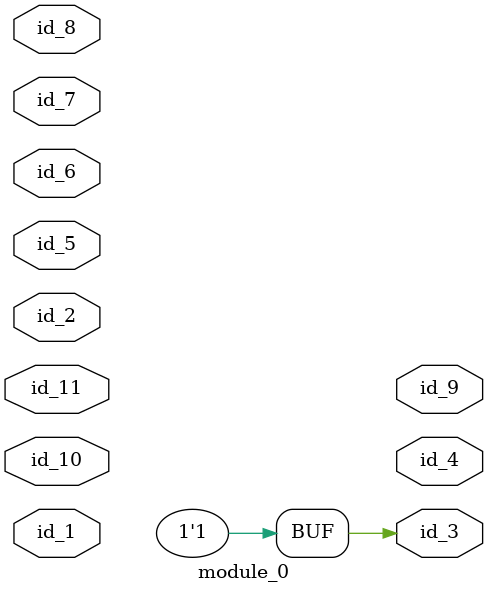
<source format=v>
module module_0 (
    id_1,
    id_2,
    id_3,
    id_4,
    id_5,
    id_6,
    id_7,
    id_8,
    id_9,
    id_10,
    id_11
);
  input id_11;
  inout id_10;
  output id_9;
  input id_8;
  inout id_7;
  input id_6;
  input id_5;
  output id_4;
  output id_3;
  inout id_2;
  input id_1;
  assign id_3 = 1;
endmodule

</source>
